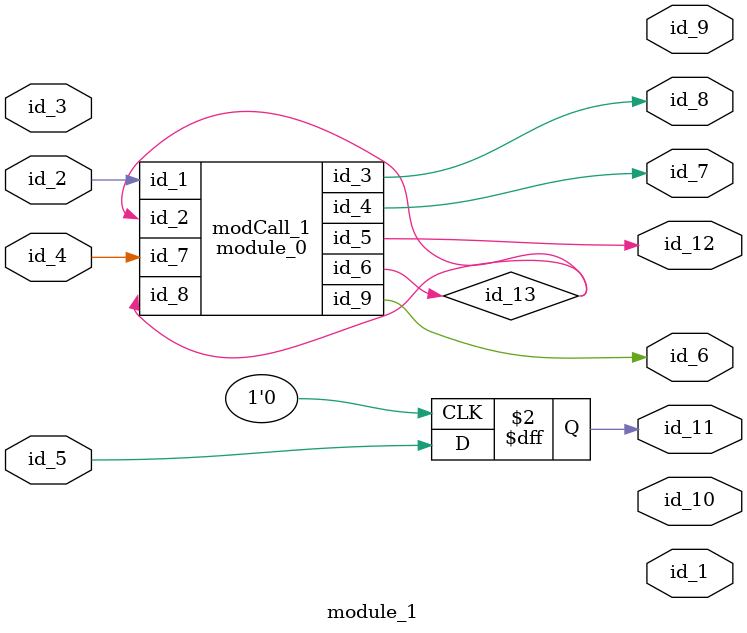
<source format=v>
module module_0 (
    id_1,
    id_2,
    id_3,
    id_4,
    id_5,
    id_6,
    id_7,
    id_8,
    id_9
);
  output wire id_9;
  input wire id_8;
  input wire id_7;
  inout wire id_6;
  output wire id_5;
  output wire id_4;
  output wire id_3;
  input wire id_2;
  input wire id_1;
  wire id_10;
endmodule
module module_1 (
    id_1,
    id_2,
    id_3,
    id_4,
    id_5,
    id_6,
    id_7,
    id_8,
    id_9,
    id_10,
    id_11,
    id_12
);
  output wire id_12;
  output wire id_11;
  output wire id_10;
  output wire id_9;
  output wire id_8;
  output wire id_7;
  output wire id_6;
  input wire id_5;
  input wire id_4;
  input wire id_3;
  input wire id_2;
  output wire id_1;
  wire id_13;
  module_0 modCall_1 (
      id_2,
      id_13,
      id_8,
      id_7,
      id_12,
      id_13,
      id_4,
      id_13,
      id_6
  );
  always @(posedge 1'b0)
    if (1) id_11 <= id_5;
    else $display(id_3);
endmodule

</source>
